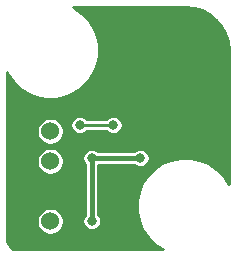
<source format=gbr>
G04 #@! TF.GenerationSoftware,KiCad,Pcbnew,(5.1.4)-1*
G04 #@! TF.CreationDate,2020-11-28T02:07:29-06:00*
G04 #@! TF.ProjectId,NO_Sensor_Breakout,4e4f5f53-656e-4736-9f72-5f427265616b,rev?*
G04 #@! TF.SameCoordinates,Original*
G04 #@! TF.FileFunction,Copper,L2,Bot*
G04 #@! TF.FilePolarity,Positive*
%FSLAX46Y46*%
G04 Gerber Fmt 4.6, Leading zero omitted, Abs format (unit mm)*
G04 Created by KiCad (PCBNEW (5.1.4)-1) date 2020-11-28 02:07:29*
%MOMM*%
%LPD*%
G04 APERTURE LIST*
%ADD10C,0.700000*%
%ADD11C,1.524000*%
%ADD12C,0.800000*%
%ADD13C,0.254000*%
%ADD14C,0.381000*%
G04 APERTURE END LIST*
D10*
X169926000Y-82423000D03*
X169926000Y-83185000D03*
X170942000Y-83185000D03*
X170942000Y-82423000D03*
X172466000Y-83185000D03*
X172466000Y-82423000D03*
D11*
X161544000Y-83312000D03*
X161544000Y-83312000D03*
X161544000Y-85852000D03*
X161544000Y-88392000D03*
X161544000Y-90932000D03*
D12*
X166116000Y-88900000D03*
X163576000Y-88900000D03*
X176022000Y-86106000D03*
X171196000Y-80010000D03*
X175260000Y-80010000D03*
X171196000Y-85344000D03*
X166878000Y-82804000D03*
X164033200Y-82804000D03*
X165049200Y-85598000D03*
X165049200Y-90932000D03*
X169164000Y-85598000D03*
D13*
X166878000Y-82804000D02*
X164033200Y-82804000D01*
D14*
X165049200Y-85598000D02*
X165049200Y-90932000D01*
X165049200Y-85598000D02*
X169164000Y-85598000D01*
D13*
G36*
X173684128Y-72867575D02*
G01*
X174367215Y-73073811D01*
X174997230Y-73408796D01*
X175550180Y-73859772D01*
X176005008Y-74409564D01*
X176344380Y-75037220D01*
X176555379Y-75718847D01*
X176631975Y-76447609D01*
X176632001Y-76455129D01*
X176632000Y-87778855D01*
X176607550Y-87719827D01*
X176158833Y-87048275D01*
X175587725Y-86477167D01*
X174916173Y-86028450D01*
X174169984Y-85719368D01*
X173377834Y-85561800D01*
X172570166Y-85561800D01*
X171778016Y-85719368D01*
X171031827Y-86028450D01*
X170360275Y-86477167D01*
X169789167Y-87048275D01*
X169340450Y-87719827D01*
X169031368Y-88466016D01*
X168873800Y-89258166D01*
X168873800Y-90065834D01*
X169031368Y-90857984D01*
X169340450Y-91604173D01*
X169789167Y-92275725D01*
X170360275Y-92846833D01*
X171031827Y-93295550D01*
X171090854Y-93320000D01*
X158769854Y-93320000D01*
X158582559Y-93301636D01*
X158421497Y-93253008D01*
X158272949Y-93174023D01*
X158142570Y-93067689D01*
X158035326Y-92938054D01*
X157955305Y-92790058D01*
X157905554Y-92629339D01*
X157886000Y-92443293D01*
X157886000Y-90819424D01*
X160401000Y-90819424D01*
X160401000Y-91044576D01*
X160444925Y-91265401D01*
X160531087Y-91473413D01*
X160656174Y-91660620D01*
X160815380Y-91819826D01*
X161002587Y-91944913D01*
X161210599Y-92031075D01*
X161431424Y-92075000D01*
X161656576Y-92075000D01*
X161877401Y-92031075D01*
X162085413Y-91944913D01*
X162272620Y-91819826D01*
X162431826Y-91660620D01*
X162556913Y-91473413D01*
X162643075Y-91265401D01*
X162687000Y-91044576D01*
X162687000Y-90819424D01*
X162643075Y-90598599D01*
X162556913Y-90390587D01*
X162431826Y-90203380D01*
X162272620Y-90044174D01*
X162085413Y-89919087D01*
X161877401Y-89832925D01*
X161656576Y-89789000D01*
X161431424Y-89789000D01*
X161210599Y-89832925D01*
X161002587Y-89919087D01*
X160815380Y-90044174D01*
X160656174Y-90203380D01*
X160531087Y-90390587D01*
X160444925Y-90598599D01*
X160401000Y-90819424D01*
X157886000Y-90819424D01*
X157886000Y-85739424D01*
X160401000Y-85739424D01*
X160401000Y-85964576D01*
X160444925Y-86185401D01*
X160531087Y-86393413D01*
X160656174Y-86580620D01*
X160815380Y-86739826D01*
X161002587Y-86864913D01*
X161210599Y-86951075D01*
X161431424Y-86995000D01*
X161656576Y-86995000D01*
X161877401Y-86951075D01*
X162085413Y-86864913D01*
X162272620Y-86739826D01*
X162431826Y-86580620D01*
X162556913Y-86393413D01*
X162643075Y-86185401D01*
X162687000Y-85964576D01*
X162687000Y-85739424D01*
X162643569Y-85521078D01*
X164268200Y-85521078D01*
X164268200Y-85674922D01*
X164298213Y-85825809D01*
X164357087Y-85967942D01*
X164442558Y-86095859D01*
X164477700Y-86131001D01*
X164477701Y-90398998D01*
X164442558Y-90434141D01*
X164357087Y-90562058D01*
X164298213Y-90704191D01*
X164268200Y-90855078D01*
X164268200Y-91008922D01*
X164298213Y-91159809D01*
X164357087Y-91301942D01*
X164442558Y-91429859D01*
X164551341Y-91538642D01*
X164679258Y-91624113D01*
X164821391Y-91682987D01*
X164972278Y-91713000D01*
X165126122Y-91713000D01*
X165277009Y-91682987D01*
X165419142Y-91624113D01*
X165547059Y-91538642D01*
X165655842Y-91429859D01*
X165741313Y-91301942D01*
X165800187Y-91159809D01*
X165830200Y-91008922D01*
X165830200Y-90855078D01*
X165800187Y-90704191D01*
X165741313Y-90562058D01*
X165655842Y-90434141D01*
X165620700Y-90398999D01*
X165620700Y-86169500D01*
X168630999Y-86169500D01*
X168666141Y-86204642D01*
X168794058Y-86290113D01*
X168936191Y-86348987D01*
X169087078Y-86379000D01*
X169240922Y-86379000D01*
X169391809Y-86348987D01*
X169533942Y-86290113D01*
X169661859Y-86204642D01*
X169770642Y-86095859D01*
X169856113Y-85967942D01*
X169914987Y-85825809D01*
X169945000Y-85674922D01*
X169945000Y-85521078D01*
X169914987Y-85370191D01*
X169856113Y-85228058D01*
X169770642Y-85100141D01*
X169661859Y-84991358D01*
X169533942Y-84905887D01*
X169391809Y-84847013D01*
X169240922Y-84817000D01*
X169087078Y-84817000D01*
X168936191Y-84847013D01*
X168794058Y-84905887D01*
X168666141Y-84991358D01*
X168630999Y-85026500D01*
X165582201Y-85026500D01*
X165547059Y-84991358D01*
X165419142Y-84905887D01*
X165277009Y-84847013D01*
X165126122Y-84817000D01*
X164972278Y-84817000D01*
X164821391Y-84847013D01*
X164679258Y-84905887D01*
X164551341Y-84991358D01*
X164442558Y-85100141D01*
X164357087Y-85228058D01*
X164298213Y-85370191D01*
X164268200Y-85521078D01*
X162643569Y-85521078D01*
X162643075Y-85518599D01*
X162556913Y-85310587D01*
X162431826Y-85123380D01*
X162272620Y-84964174D01*
X162085413Y-84839087D01*
X161877401Y-84752925D01*
X161656576Y-84709000D01*
X161431424Y-84709000D01*
X161210599Y-84752925D01*
X161002587Y-84839087D01*
X160815380Y-84964174D01*
X160656174Y-85123380D01*
X160531087Y-85310587D01*
X160444925Y-85518599D01*
X160401000Y-85739424D01*
X157886000Y-85739424D01*
X157886000Y-83199424D01*
X160401000Y-83199424D01*
X160401000Y-83424576D01*
X160444925Y-83645401D01*
X160531087Y-83853413D01*
X160656174Y-84040620D01*
X160815380Y-84199826D01*
X161002587Y-84324913D01*
X161210599Y-84411075D01*
X161431424Y-84455000D01*
X161656576Y-84455000D01*
X161877401Y-84411075D01*
X162085413Y-84324913D01*
X162272620Y-84199826D01*
X162431826Y-84040620D01*
X162556913Y-83853413D01*
X162643075Y-83645401D01*
X162687000Y-83424576D01*
X162687000Y-83199424D01*
X162643075Y-82978599D01*
X162556913Y-82770587D01*
X162527842Y-82727078D01*
X163252200Y-82727078D01*
X163252200Y-82880922D01*
X163282213Y-83031809D01*
X163341087Y-83173942D01*
X163426558Y-83301859D01*
X163535341Y-83410642D01*
X163663258Y-83496113D01*
X163805391Y-83554987D01*
X163956278Y-83585000D01*
X164110122Y-83585000D01*
X164261009Y-83554987D01*
X164403142Y-83496113D01*
X164531059Y-83410642D01*
X164629701Y-83312000D01*
X166281499Y-83312000D01*
X166380141Y-83410642D01*
X166508058Y-83496113D01*
X166650191Y-83554987D01*
X166801078Y-83585000D01*
X166954922Y-83585000D01*
X167105809Y-83554987D01*
X167247942Y-83496113D01*
X167375859Y-83410642D01*
X167484642Y-83301859D01*
X167570113Y-83173942D01*
X167628987Y-83031809D01*
X167659000Y-82880922D01*
X167659000Y-82727078D01*
X167628987Y-82576191D01*
X167570113Y-82434058D01*
X167484642Y-82306141D01*
X167375859Y-82197358D01*
X167247942Y-82111887D01*
X167105809Y-82053013D01*
X166954922Y-82023000D01*
X166801078Y-82023000D01*
X166650191Y-82053013D01*
X166508058Y-82111887D01*
X166380141Y-82197358D01*
X166281499Y-82296000D01*
X164629701Y-82296000D01*
X164531059Y-82197358D01*
X164403142Y-82111887D01*
X164261009Y-82053013D01*
X164110122Y-82023000D01*
X163956278Y-82023000D01*
X163805391Y-82053013D01*
X163663258Y-82111887D01*
X163535341Y-82197358D01*
X163426558Y-82306141D01*
X163341087Y-82434058D01*
X163282213Y-82576191D01*
X163252200Y-82727078D01*
X162527842Y-82727078D01*
X162431826Y-82583380D01*
X162272620Y-82424174D01*
X162085413Y-82299087D01*
X161877401Y-82212925D01*
X161656576Y-82169000D01*
X161431424Y-82169000D01*
X161210599Y-82212925D01*
X161002587Y-82299087D01*
X160815380Y-82424174D01*
X160656174Y-82583380D01*
X160531087Y-82770587D01*
X160444925Y-82978599D01*
X160401000Y-83199424D01*
X157886000Y-83199424D01*
X157886000Y-78337146D01*
X157910450Y-78396173D01*
X158359167Y-79067725D01*
X158930275Y-79638833D01*
X159601827Y-80087550D01*
X160348016Y-80396632D01*
X161140166Y-80554200D01*
X161947834Y-80554200D01*
X162739984Y-80396632D01*
X163486173Y-80087550D01*
X164157725Y-79638833D01*
X164728833Y-79067725D01*
X165177550Y-78396173D01*
X165486632Y-77649984D01*
X165644200Y-76857834D01*
X165644200Y-76050166D01*
X165486632Y-75258016D01*
X165177550Y-74511827D01*
X164728833Y-73840275D01*
X164157725Y-73269167D01*
X163486173Y-72820450D01*
X163427146Y-72796000D01*
X172954146Y-72796000D01*
X173684128Y-72867575D01*
X173684128Y-72867575D01*
G37*
X173684128Y-72867575D02*
X174367215Y-73073811D01*
X174997230Y-73408796D01*
X175550180Y-73859772D01*
X176005008Y-74409564D01*
X176344380Y-75037220D01*
X176555379Y-75718847D01*
X176631975Y-76447609D01*
X176632001Y-76455129D01*
X176632000Y-87778855D01*
X176607550Y-87719827D01*
X176158833Y-87048275D01*
X175587725Y-86477167D01*
X174916173Y-86028450D01*
X174169984Y-85719368D01*
X173377834Y-85561800D01*
X172570166Y-85561800D01*
X171778016Y-85719368D01*
X171031827Y-86028450D01*
X170360275Y-86477167D01*
X169789167Y-87048275D01*
X169340450Y-87719827D01*
X169031368Y-88466016D01*
X168873800Y-89258166D01*
X168873800Y-90065834D01*
X169031368Y-90857984D01*
X169340450Y-91604173D01*
X169789167Y-92275725D01*
X170360275Y-92846833D01*
X171031827Y-93295550D01*
X171090854Y-93320000D01*
X158769854Y-93320000D01*
X158582559Y-93301636D01*
X158421497Y-93253008D01*
X158272949Y-93174023D01*
X158142570Y-93067689D01*
X158035326Y-92938054D01*
X157955305Y-92790058D01*
X157905554Y-92629339D01*
X157886000Y-92443293D01*
X157886000Y-90819424D01*
X160401000Y-90819424D01*
X160401000Y-91044576D01*
X160444925Y-91265401D01*
X160531087Y-91473413D01*
X160656174Y-91660620D01*
X160815380Y-91819826D01*
X161002587Y-91944913D01*
X161210599Y-92031075D01*
X161431424Y-92075000D01*
X161656576Y-92075000D01*
X161877401Y-92031075D01*
X162085413Y-91944913D01*
X162272620Y-91819826D01*
X162431826Y-91660620D01*
X162556913Y-91473413D01*
X162643075Y-91265401D01*
X162687000Y-91044576D01*
X162687000Y-90819424D01*
X162643075Y-90598599D01*
X162556913Y-90390587D01*
X162431826Y-90203380D01*
X162272620Y-90044174D01*
X162085413Y-89919087D01*
X161877401Y-89832925D01*
X161656576Y-89789000D01*
X161431424Y-89789000D01*
X161210599Y-89832925D01*
X161002587Y-89919087D01*
X160815380Y-90044174D01*
X160656174Y-90203380D01*
X160531087Y-90390587D01*
X160444925Y-90598599D01*
X160401000Y-90819424D01*
X157886000Y-90819424D01*
X157886000Y-85739424D01*
X160401000Y-85739424D01*
X160401000Y-85964576D01*
X160444925Y-86185401D01*
X160531087Y-86393413D01*
X160656174Y-86580620D01*
X160815380Y-86739826D01*
X161002587Y-86864913D01*
X161210599Y-86951075D01*
X161431424Y-86995000D01*
X161656576Y-86995000D01*
X161877401Y-86951075D01*
X162085413Y-86864913D01*
X162272620Y-86739826D01*
X162431826Y-86580620D01*
X162556913Y-86393413D01*
X162643075Y-86185401D01*
X162687000Y-85964576D01*
X162687000Y-85739424D01*
X162643569Y-85521078D01*
X164268200Y-85521078D01*
X164268200Y-85674922D01*
X164298213Y-85825809D01*
X164357087Y-85967942D01*
X164442558Y-86095859D01*
X164477700Y-86131001D01*
X164477701Y-90398998D01*
X164442558Y-90434141D01*
X164357087Y-90562058D01*
X164298213Y-90704191D01*
X164268200Y-90855078D01*
X164268200Y-91008922D01*
X164298213Y-91159809D01*
X164357087Y-91301942D01*
X164442558Y-91429859D01*
X164551341Y-91538642D01*
X164679258Y-91624113D01*
X164821391Y-91682987D01*
X164972278Y-91713000D01*
X165126122Y-91713000D01*
X165277009Y-91682987D01*
X165419142Y-91624113D01*
X165547059Y-91538642D01*
X165655842Y-91429859D01*
X165741313Y-91301942D01*
X165800187Y-91159809D01*
X165830200Y-91008922D01*
X165830200Y-90855078D01*
X165800187Y-90704191D01*
X165741313Y-90562058D01*
X165655842Y-90434141D01*
X165620700Y-90398999D01*
X165620700Y-86169500D01*
X168630999Y-86169500D01*
X168666141Y-86204642D01*
X168794058Y-86290113D01*
X168936191Y-86348987D01*
X169087078Y-86379000D01*
X169240922Y-86379000D01*
X169391809Y-86348987D01*
X169533942Y-86290113D01*
X169661859Y-86204642D01*
X169770642Y-86095859D01*
X169856113Y-85967942D01*
X169914987Y-85825809D01*
X169945000Y-85674922D01*
X169945000Y-85521078D01*
X169914987Y-85370191D01*
X169856113Y-85228058D01*
X169770642Y-85100141D01*
X169661859Y-84991358D01*
X169533942Y-84905887D01*
X169391809Y-84847013D01*
X169240922Y-84817000D01*
X169087078Y-84817000D01*
X168936191Y-84847013D01*
X168794058Y-84905887D01*
X168666141Y-84991358D01*
X168630999Y-85026500D01*
X165582201Y-85026500D01*
X165547059Y-84991358D01*
X165419142Y-84905887D01*
X165277009Y-84847013D01*
X165126122Y-84817000D01*
X164972278Y-84817000D01*
X164821391Y-84847013D01*
X164679258Y-84905887D01*
X164551341Y-84991358D01*
X164442558Y-85100141D01*
X164357087Y-85228058D01*
X164298213Y-85370191D01*
X164268200Y-85521078D01*
X162643569Y-85521078D01*
X162643075Y-85518599D01*
X162556913Y-85310587D01*
X162431826Y-85123380D01*
X162272620Y-84964174D01*
X162085413Y-84839087D01*
X161877401Y-84752925D01*
X161656576Y-84709000D01*
X161431424Y-84709000D01*
X161210599Y-84752925D01*
X161002587Y-84839087D01*
X160815380Y-84964174D01*
X160656174Y-85123380D01*
X160531087Y-85310587D01*
X160444925Y-85518599D01*
X160401000Y-85739424D01*
X157886000Y-85739424D01*
X157886000Y-83199424D01*
X160401000Y-83199424D01*
X160401000Y-83424576D01*
X160444925Y-83645401D01*
X160531087Y-83853413D01*
X160656174Y-84040620D01*
X160815380Y-84199826D01*
X161002587Y-84324913D01*
X161210599Y-84411075D01*
X161431424Y-84455000D01*
X161656576Y-84455000D01*
X161877401Y-84411075D01*
X162085413Y-84324913D01*
X162272620Y-84199826D01*
X162431826Y-84040620D01*
X162556913Y-83853413D01*
X162643075Y-83645401D01*
X162687000Y-83424576D01*
X162687000Y-83199424D01*
X162643075Y-82978599D01*
X162556913Y-82770587D01*
X162527842Y-82727078D01*
X163252200Y-82727078D01*
X163252200Y-82880922D01*
X163282213Y-83031809D01*
X163341087Y-83173942D01*
X163426558Y-83301859D01*
X163535341Y-83410642D01*
X163663258Y-83496113D01*
X163805391Y-83554987D01*
X163956278Y-83585000D01*
X164110122Y-83585000D01*
X164261009Y-83554987D01*
X164403142Y-83496113D01*
X164531059Y-83410642D01*
X164629701Y-83312000D01*
X166281499Y-83312000D01*
X166380141Y-83410642D01*
X166508058Y-83496113D01*
X166650191Y-83554987D01*
X166801078Y-83585000D01*
X166954922Y-83585000D01*
X167105809Y-83554987D01*
X167247942Y-83496113D01*
X167375859Y-83410642D01*
X167484642Y-83301859D01*
X167570113Y-83173942D01*
X167628987Y-83031809D01*
X167659000Y-82880922D01*
X167659000Y-82727078D01*
X167628987Y-82576191D01*
X167570113Y-82434058D01*
X167484642Y-82306141D01*
X167375859Y-82197358D01*
X167247942Y-82111887D01*
X167105809Y-82053013D01*
X166954922Y-82023000D01*
X166801078Y-82023000D01*
X166650191Y-82053013D01*
X166508058Y-82111887D01*
X166380141Y-82197358D01*
X166281499Y-82296000D01*
X164629701Y-82296000D01*
X164531059Y-82197358D01*
X164403142Y-82111887D01*
X164261009Y-82053013D01*
X164110122Y-82023000D01*
X163956278Y-82023000D01*
X163805391Y-82053013D01*
X163663258Y-82111887D01*
X163535341Y-82197358D01*
X163426558Y-82306141D01*
X163341087Y-82434058D01*
X163282213Y-82576191D01*
X163252200Y-82727078D01*
X162527842Y-82727078D01*
X162431826Y-82583380D01*
X162272620Y-82424174D01*
X162085413Y-82299087D01*
X161877401Y-82212925D01*
X161656576Y-82169000D01*
X161431424Y-82169000D01*
X161210599Y-82212925D01*
X161002587Y-82299087D01*
X160815380Y-82424174D01*
X160656174Y-82583380D01*
X160531087Y-82770587D01*
X160444925Y-82978599D01*
X160401000Y-83199424D01*
X157886000Y-83199424D01*
X157886000Y-78337146D01*
X157910450Y-78396173D01*
X158359167Y-79067725D01*
X158930275Y-79638833D01*
X159601827Y-80087550D01*
X160348016Y-80396632D01*
X161140166Y-80554200D01*
X161947834Y-80554200D01*
X162739984Y-80396632D01*
X163486173Y-80087550D01*
X164157725Y-79638833D01*
X164728833Y-79067725D01*
X165177550Y-78396173D01*
X165486632Y-77649984D01*
X165644200Y-76857834D01*
X165644200Y-76050166D01*
X165486632Y-75258016D01*
X165177550Y-74511827D01*
X164728833Y-73840275D01*
X164157725Y-73269167D01*
X163486173Y-72820450D01*
X163427146Y-72796000D01*
X172954146Y-72796000D01*
X173684128Y-72867575D01*
M02*

</source>
